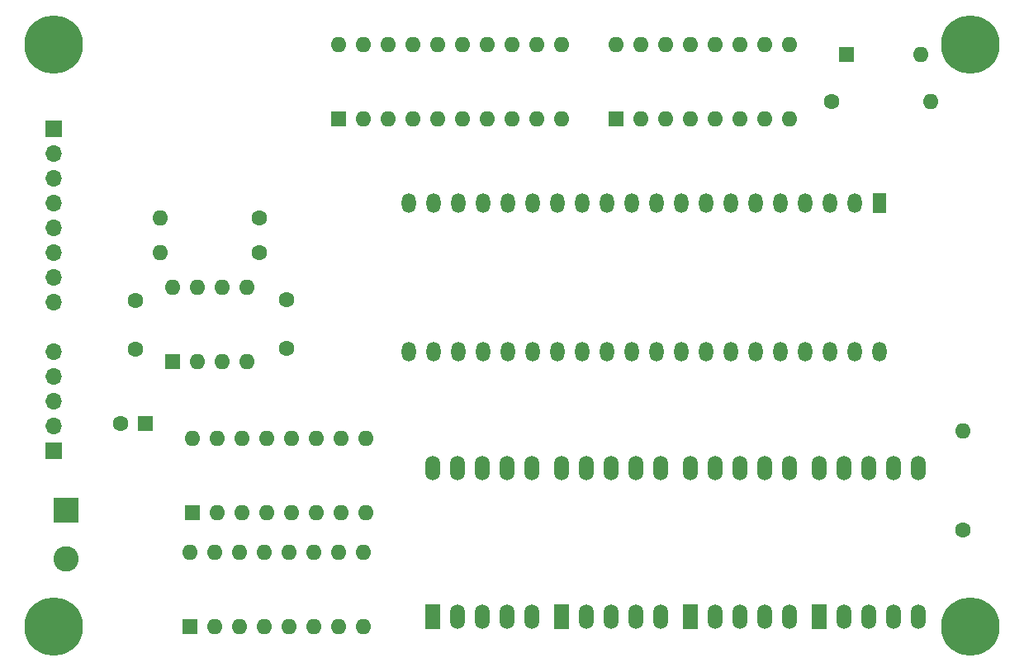
<source format=gbr>
%TF.GenerationSoftware,KiCad,Pcbnew,(5.1.9-0-10_14)*%
%TF.CreationDate,2021-06-28T20:13:29-04:00*%
%TF.ProjectId,DISPLAY,44495350-4c41-4592-9e6b-696361645f70,rev?*%
%TF.SameCoordinates,Original*%
%TF.FileFunction,Soldermask,Bot*%
%TF.FilePolarity,Negative*%
%FSLAX46Y46*%
G04 Gerber Fmt 4.6, Leading zero omitted, Abs format (unit mm)*
G04 Created by KiCad (PCBNEW (5.1.9-0-10_14)) date 2021-06-28 20:13:29*
%MOMM*%
%LPD*%
G01*
G04 APERTURE LIST*
%ADD10O,1.600000X1.600000*%
%ADD11C,1.600000*%
%ADD12O,1.700000X1.700000*%
%ADD13R,1.700000X1.700000*%
%ADD14R,1.600000X1.600000*%
%ADD15C,0.800000*%
%ADD16C,6.000000*%
%ADD17O,1.440000X2.000000*%
%ADD18R,1.440000X2.000000*%
%ADD19R,1.524000X2.524000*%
%ADD20O,1.524000X2.524000*%
%ADD21C,2.600000*%
%ADD22R,2.600000X2.600000*%
G04 APERTURE END LIST*
D10*
%TO.C,R2*%
X180086000Y-50800000D03*
D11*
X180086000Y-60960000D03*
%TD*%
D12*
%TO.C,J3*%
X86868000Y-42672000D03*
X86868000Y-45212000D03*
X86868000Y-47752000D03*
X86868000Y-50292000D03*
D13*
X86868000Y-52832000D03*
%TD*%
D10*
%TO.C,SW1*%
X175768000Y-12192000D03*
D14*
X168148000Y-12192000D03*
%TD*%
D10*
%TO.C,R1*%
X176784000Y-17018000D03*
D11*
X166624000Y-17018000D03*
%TD*%
%TO.C,C16*%
X93766000Y-50038000D03*
D14*
X96266000Y-50038000D03*
%TD*%
D15*
%TO.C,REF\u002A\u002A*%
X88458990Y-9585010D03*
X86868000Y-8926000D03*
X85277010Y-9585010D03*
X84618000Y-11176000D03*
X85277010Y-12766990D03*
X86868000Y-13426000D03*
X88458990Y-12766990D03*
X89118000Y-11176000D03*
D16*
X86868000Y-11176000D03*
%TD*%
%TO.C,REF\u002A\u002A*%
X86868000Y-70866000D03*
D15*
X89118000Y-70866000D03*
X88458990Y-72456990D03*
X86868000Y-73116000D03*
X85277010Y-72456990D03*
X84618000Y-70866000D03*
X85277010Y-69275010D03*
X86868000Y-68616000D03*
X88458990Y-69275010D03*
%TD*%
D16*
%TO.C,REF\u002A\u002A*%
X180848000Y-11176000D03*
D15*
X183098000Y-11176000D03*
X182438990Y-12766990D03*
X180848000Y-13426000D03*
X179257010Y-12766990D03*
X178598000Y-11176000D03*
X179257010Y-9585010D03*
X180848000Y-8926000D03*
X182438990Y-9585010D03*
%TD*%
%TO.C,REF\u002A\u002A*%
X182438990Y-69275010D03*
X180848000Y-68616000D03*
X179257010Y-69275010D03*
X178598000Y-70866000D03*
X179257010Y-72456990D03*
X180848000Y-73116000D03*
X182438990Y-72456990D03*
X183098000Y-70866000D03*
D16*
X180848000Y-70866000D03*
%TD*%
D10*
%TO.C,U4332*%
X100838000Y-63246000D03*
X118618000Y-70866000D03*
X103378000Y-63246000D03*
X116078000Y-70866000D03*
X105918000Y-63246000D03*
X113538000Y-70866000D03*
X108458000Y-63246000D03*
X110998000Y-70866000D03*
X110998000Y-63246000D03*
X108458000Y-70866000D03*
X113538000Y-63246000D03*
X105918000Y-70866000D03*
X116078000Y-63246000D03*
X103378000Y-70866000D03*
X118618000Y-63246000D03*
D14*
X100838000Y-70866000D03*
%TD*%
D10*
%TO.C,U2444*%
X101092000Y-51562000D03*
X118872000Y-59182000D03*
X103632000Y-51562000D03*
X116332000Y-59182000D03*
X106172000Y-51562000D03*
X113792000Y-59182000D03*
X108712000Y-51562000D03*
X111252000Y-59182000D03*
X111252000Y-51562000D03*
X108712000Y-59182000D03*
X113792000Y-51562000D03*
X106172000Y-59182000D03*
X116332000Y-51562000D03*
X103632000Y-59182000D03*
X118872000Y-51562000D03*
D14*
X101092000Y-59182000D03*
%TD*%
D10*
%TO.C,U1555*%
X99060000Y-36068000D03*
X106680000Y-43688000D03*
X101600000Y-36068000D03*
X104140000Y-43688000D03*
X104140000Y-36068000D03*
X101600000Y-43688000D03*
X106680000Y-36068000D03*
D14*
X99060000Y-43688000D03*
%TD*%
D17*
%TO.C,U9*%
X123291600Y-42672000D03*
X123291600Y-27432000D03*
X125831600Y-42672000D03*
X125831600Y-27432000D03*
X128371600Y-42672000D03*
X128371600Y-27432000D03*
X130911600Y-42672000D03*
X130911600Y-27432000D03*
X133451600Y-42672000D03*
X133451600Y-27432000D03*
X135991600Y-42672000D03*
X135991600Y-27432000D03*
X138531600Y-42672000D03*
X138531600Y-27432000D03*
X141071600Y-42672000D03*
X141071600Y-27432000D03*
X143611600Y-42672000D03*
X143611600Y-27432000D03*
X146151600Y-42672000D03*
X146151600Y-27432000D03*
X148691600Y-42672000D03*
X148691600Y-27432000D03*
X151231600Y-42672000D03*
X151231600Y-27432000D03*
X153771600Y-42672000D03*
X153771600Y-27432000D03*
X156311600Y-42672000D03*
X156311600Y-27432000D03*
X158851600Y-42672000D03*
X158851600Y-27432000D03*
X161391600Y-42672000D03*
X161391600Y-27432000D03*
X163931600Y-42672000D03*
X163931600Y-27432000D03*
X166471600Y-42672000D03*
X166471600Y-27432000D03*
X169011600Y-42672000D03*
X169011600Y-27432000D03*
X171551600Y-42672000D03*
D18*
X171551600Y-27432000D03*
%TD*%
D19*
%TO.C,U6*%
X165354000Y-69850000D03*
D20*
X167894000Y-69850000D03*
X170434000Y-69850000D03*
X172974000Y-69850000D03*
X175514000Y-69850000D03*
X175514000Y-54610000D03*
X172974000Y-54610000D03*
X170434000Y-54610000D03*
X167894000Y-54610000D03*
X165354000Y-54610000D03*
%TD*%
D19*
%TO.C,U5*%
X152146000Y-69850000D03*
D20*
X154686000Y-69850000D03*
X157226000Y-69850000D03*
X159766000Y-69850000D03*
X162306000Y-69850000D03*
X162306000Y-54610000D03*
X159766000Y-54610000D03*
X157226000Y-54610000D03*
X154686000Y-54610000D03*
X152146000Y-54610000D03*
%TD*%
D19*
%TO.C,U4*%
X138938000Y-69850000D03*
D20*
X141478000Y-69850000D03*
X144018000Y-69850000D03*
X146558000Y-69850000D03*
X149098000Y-69850000D03*
X149098000Y-54610000D03*
X146558000Y-54610000D03*
X144018000Y-54610000D03*
X141478000Y-54610000D03*
X138938000Y-54610000D03*
%TD*%
D10*
%TO.C,U3*%
X116078000Y-11176000D03*
X138938000Y-18796000D03*
X118618000Y-11176000D03*
X136398000Y-18796000D03*
X121158000Y-11176000D03*
X133858000Y-18796000D03*
X123698000Y-11176000D03*
X131318000Y-18796000D03*
X126238000Y-11176000D03*
X128778000Y-18796000D03*
X128778000Y-11176000D03*
X126238000Y-18796000D03*
X131318000Y-11176000D03*
X123698000Y-18796000D03*
X133858000Y-11176000D03*
X121158000Y-18796000D03*
X136398000Y-11176000D03*
X118618000Y-18796000D03*
X138938000Y-11176000D03*
D14*
X116078000Y-18796000D03*
%TD*%
D10*
%TO.C,U2*%
X144526000Y-11176000D03*
X162306000Y-18796000D03*
X147066000Y-11176000D03*
X159766000Y-18796000D03*
X149606000Y-11176000D03*
X157226000Y-18796000D03*
X152146000Y-11176000D03*
X154686000Y-18796000D03*
X154686000Y-11176000D03*
X152146000Y-18796000D03*
X157226000Y-11176000D03*
X149606000Y-18796000D03*
X159766000Y-11176000D03*
X147066000Y-18796000D03*
X162306000Y-11176000D03*
D14*
X144526000Y-18796000D03*
%TD*%
D19*
%TO.C,U1*%
X125730000Y-69850000D03*
D20*
X128270000Y-69850000D03*
X130810000Y-69850000D03*
X133350000Y-69850000D03*
X135890000Y-69850000D03*
X135890000Y-54610000D03*
X133350000Y-54610000D03*
X130810000Y-54610000D03*
X128270000Y-54610000D03*
X125730000Y-54610000D03*
%TD*%
D10*
%TO.C,R2123*%
X97790000Y-32512000D03*
D11*
X107950000Y-32512000D03*
%TD*%
D10*
%TO.C,R1452*%
X97790000Y-28956000D03*
D11*
X107950000Y-28956000D03*
%TD*%
D12*
%TO.C,J2*%
X86868000Y-37592000D03*
X86868000Y-35052000D03*
X86868000Y-32512000D03*
X86868000Y-29972000D03*
X86868000Y-27432000D03*
X86868000Y-24892000D03*
X86868000Y-22352000D03*
D13*
X86868000Y-19812000D03*
%TD*%
D21*
%TO.C,J1*%
X88138000Y-63928000D03*
D22*
X88138000Y-58928000D03*
%TD*%
D11*
%TO.C,C233*%
X110744000Y-42338000D03*
X110744000Y-37338000D03*
%TD*%
%TO.C,C133*%
X95250000Y-37418000D03*
X95250000Y-42418000D03*
%TD*%
M02*

</source>
